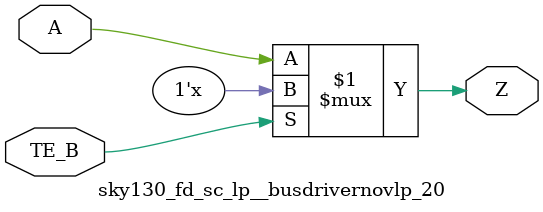
<source format=v>
/*
 * Copyright 2020 The SkyWater PDK Authors
 *
 * Licensed under the Apache License, Version 2.0 (the "License");
 * you may not use this file except in compliance with the License.
 * You may obtain a copy of the License at
 *
 *     https://www.apache.org/licenses/LICENSE-2.0
 *
 * Unless required by applicable law or agreed to in writing, software
 * distributed under the License is distributed on an "AS IS" BASIS,
 * WITHOUT WARRANTIES OR CONDITIONS OF ANY KIND, either express or implied.
 * See the License for the specific language governing permissions and
 * limitations under the License.
 *
 * SPDX-License-Identifier: Apache-2.0
*/


`ifndef SKY130_FD_SC_LP__BUSDRIVERNOVLP_20_FUNCTIONAL_V
`define SKY130_FD_SC_LP__BUSDRIVERNOVLP_20_FUNCTIONAL_V

/**
 * busdrivernovlp: Bus driver, enable gates pulldown only (pmoshvt
 *                 devices).
 *
 * Verilog simulation functional model.
 */

`timescale 1ns / 1ps
`default_nettype none

`celldefine
module sky130_fd_sc_lp__busdrivernovlp_20 (
    Z   ,
    A   ,
    TE_B
);

    // Module ports
    output Z   ;
    input  A   ;
    input  TE_B;

    //     Name     Output  Other arguments
    bufif0 bufif00 (Z     , A, TE_B        );

endmodule
`endcelldefine

`default_nettype wire
`endif  // SKY130_FD_SC_LP__BUSDRIVERNOVLP_20_FUNCTIONAL_V

</source>
